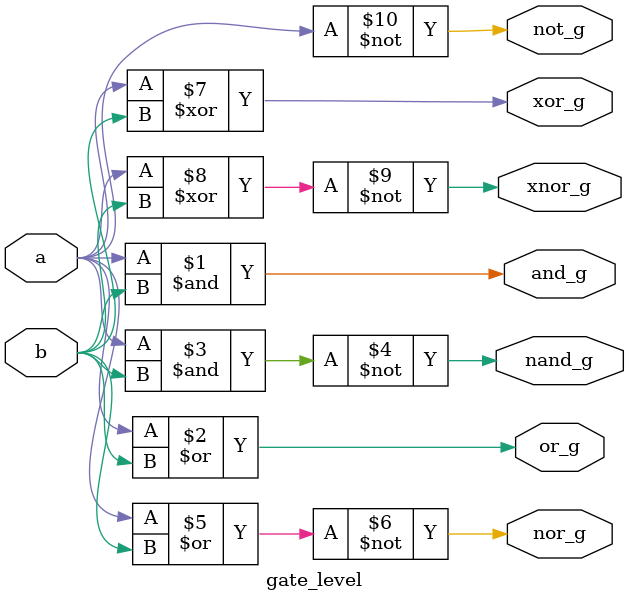
<source format=v>
`timescale 1ns / 1ps

module gate_level(a, b,and_g,or_g,not_g,nand_g,nor_g,xor_g,xnor_g);	 input a, b;
    output and_g,or_g,not_g,nand_g,nor_g,xor_g,xnor_g;
     
			 and andgate(and_g, a, b);
			 or orgate(or_g, a, b);
			 not notgate(not_g, a);
			 nand nandgate(nand_g, a, b);
			 nor norgate(nor_g, a, b);
			 xor xorgate(xor_g, a, b);
			 xnor xnorgate(xnor_g, a, b);
			 
endmodule


</source>
